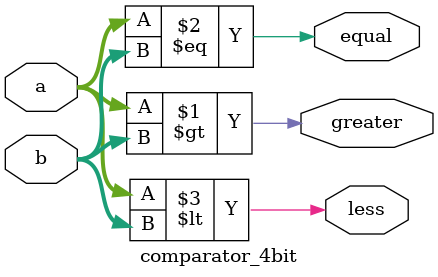
<source format=v>
module comparator_4bit(
    input[3:0] a,
    input[3:0] b,
    output greater,
    output equal,
    output less
);

    assign greater = (a > b);
    assign equal = (a == b);
    assign less = (a < b);

endmodule
</source>
